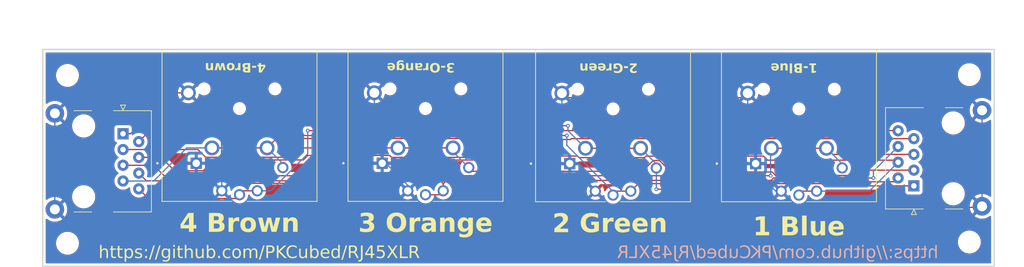
<source format=kicad_pcb>
(kicad_pcb (version 20240108) (generator "pcbnew") (generator_version "8.0")
  (layers (0 "F.Cu" signal) (31 "B.Cu" signal) (34 "B.Paste" user) (35 "F.Paste" user) (36 "B.SilkS" user "B.Silkscreen") (37 "F.SilkS" user "F.Silkscreen") (38 "B.Mask" user) (39 "F.Mask" user) (44 "Edge.Cuts" user))
  (net 0 "")
  (net 1 "O")
  (net 2 "OW")
  (net 3 "SH")
  (net 4 "BrW")
  (net 5 "Br")
  (net 6 "G")
  (net 7 "BW")
  (net 8 "B")
  (net 9 "GW")
  (footprint "MountingHole:MountingHole_3.2mm_M3" (layer "F.Cu") (at 21 91.6986 90)
    (property "Reference" "H1" (hide yes))
    (property "Value" "MountingHole" (hide yes))
    (pad "" np_thru_hole circle (at 0 0 90) (size 3.2 3.2) (drill 3.2) (layers "*.Cu" "*.Mask"))
  )
  (footprint "NCJ6FA-H:NEUTRIK_NCJ6FA-H" (layer "F.Cu") (at 139 87.5714 180)
    (property "Reference" "J2" (hide yes))
    (property "Value" "NCJ6FA-H" (hide yes))
    (fp_line (start 12.5 -24.5) (end 12.5 0) (stroke (width 0.127)) (layer "F.SilkS"))
    (fp_line (start 1.22 -24.5) (end 12.5 -24.5) (stroke (width 0.127)) (layer "F.SilkS"))
    (fp_line (start -12.5 0) (end -12.5 -24.5) (stroke (width 0.127)) (layer "F.SilkS"))
    (fp_line (start -12.5 -24.5) (end -1.22 -24.5) (stroke (width 0.127)) (layer "F.SilkS"))
    (fp_circle (center 13.25 -18.3486) (end 13.35 -18.3486) (stroke (width 0.2)) (fill none) (layer "F.SilkS"))
    (pad "" np_thru_hole circle (at -5.715 -6.35 180) (size 1.6 1.6) (drill 1.6) (layers "*.Cu" "*.Mask"))
    (pad "" np_thru_hole circle (at 0 -9.525 180) (size 1.6 1.6) (drill 1.6) (layers "*.Cu" "*.Mask"))
    (pad "" np_thru_hole circle (at 5.715 -6.35 180) (size 1.6 1.6) (drill 1.6) (layers "*.Cu" "*.Mask"))
    (pad "1" thru_hole rect (at 6.985 -18.3486 180) (size 1.8 1.8) (drill 1.2) (layers "*.Cu" "*.Mask") (net 3 "SH"))
    (pad "2" thru_hole circle (at -6.985 -19.05 180) (size 1.8 1.8) (drill 1.2) (layers "*.Cu" "*.Mask") (net 7 "BW"))
    (pad "3" thru_hole circle (at 0 -23.4286 180) (size 1.8 1.8) (drill 1.2) (layers "*.Cu" "*.Mask") (net 8 "B"))
    (pad "G" thru_hole circle (at 8.255 -6.985 180) (size 2.4 2.4) (drill 1.6) (layers "*.Cu" "*.Mask") (net 3 "SH"))
    (pad "R" thru_hole circle (at -2.8575 -22.7936 180) (size 1.8 1.8) (drill 1.2) (layers "*.Cu" "*.Mask") (net 8 "B"))
    (pad "S" thru_hole circle (at 2.8575 -22.7936 180) (size 1.8 1.8) (drill 1.2) (layers "*.Cu" "*.Mask") (net 3 "SH"))
    (pad "T1" thru_hole circle (at -4.445 -15.875 180) (size 2.4 2.4) (drill 1.6) (layers "*.Cu" "*.Mask") (net 7 "BW"))
    (pad "T2" thru_hole circle (at 4.445 -15.875 180) (size 2.4 2.4) (drill 1.6) (layers "*.Cu" "*.Mask") (net 7 "BW"))
  )
  (footprint "NCJ6FA-H:NEUTRIK_NCJ6FA-H" (layer "F.Cu") (at 78.755 87.515 180)
    (property "Reference" "J4" (hide yes))
    (property "Value" "NCJ6FA-H" (hide yes))
    (fp_line (start 12.5 -24.5) (end 12.5 0) (stroke (width 0.127)) (layer "F.SilkS"))
    (fp_line (start 1.22 -24.5) (end 12.5 -24.5) (stroke (width 0.127)) (layer "F.SilkS"))
    (fp_line (start -12.5 0) (end -12.5 -24.5) (stroke (width 0.127)) (layer "F.SilkS"))
    (fp_line (start -12.5 -24.5) (end -1.22 -24.5) (stroke (width 0.127)) (layer "F.SilkS"))
    (fp_circle (center 13.25 -18.3486) (end 13.35 -18.3486) (stroke (width 0.2)) (fill none) (layer "F.SilkS"))
    (pad "" np_thru_hole circle (at -5.715 -6.35 180) (size 1.6 1.6) (drill 1.6) (layers "*.Cu" "*.Mask"))
    (pad "" np_thru_hole circle (at 0 -9.525 180) (size 1.6 1.6) (drill 1.6) (layers "*.Cu" "*.Mask"))
    (pad "" np_thru_hole circle (at 5.715 -6.35 180) (size 1.6 1.6) (drill 1.6) (layers "*.Cu" "*.Mask"))
    (pad "1" thru_hole rect (at 6.985 -18.3486 180) (size 1.8 1.8) (drill 1.2) (layers "*.Cu" "*.Mask") (net 3 "SH"))
    (pad "2" thru_hole circle (at -6.985 -19.05 180) (size 1.8 1.8) (drill 1.2) (layers "*.Cu" "*.Mask") (net 2 "OW"))
    (pad "3" thru_hole circle (at 0 -23.4286 180) (size 1.8 1.8) (drill 1.2) (layers "*.Cu" "*.Mask") (net 1 "O"))
    (pad "G" thru_hole circle (at 8.255 -6.985 180) (size 2.4 2.4) (drill 1.6) (layers "*.Cu" "*.Mask") (net 3 "SH"))
    (pad "R" thru_hole circle (at -2.8575 -22.7936 180) (size 1.8 1.8) (drill 1.2) (layers "*.Cu" "*.Mask") (net 1 "O"))
    (pad "S" thru_hole circle (at 2.8575 -22.7936 180) (size 1.8 1.8) (drill 1.2) (layers "*.Cu" "*.Mask") (net 3 "SH"))
    (pad "T1" thru_hole circle (at -4.445 -15.875 180) (size 2.4 2.4) (drill 1.6) (layers "*.Cu" "*.Mask") (net 2 "OW"))
    (pad "T2" thru_hole circle (at 4.445 -15.875 180) (size 2.4 2.4) (drill 1.6) (layers "*.Cu" "*.Mask") (net 2 "OW"))
  )
  (footprint "MountingHole:MountingHole_3.2mm_M3" (layer "F.Cu") (at 166.5 91.5714 90)
    (property "Reference" "H3" (hide yes))
    (property "Value" "MountingHole" (hide yes))
    (pad "" np_thru_hole circle (at 0 0 90) (size 3.2 3.2) (drill 3.2) (layers "*.Cu" "*.Mask"))
  )
  (footprint "NCJ6FA-H:NEUTRIK_NCJ6FA-H" (layer "F.Cu") (at 109.015 87.5714 180)
    (property "Reference" "J3" (hide yes))
    (property "Value" "NCJ6FA-H" (hide yes))
    (fp_line (start 12.5 -24.5) (end 12.5 0) (stroke (width 0.127)) (layer "F.SilkS"))
    (fp_line (start 1.22 -24.5) (end 12.5 -24.5) (stroke (width 0.127)) (layer "F.SilkS"))
    (fp_line (start -12.5 0) (end -12.5 -24.5) (stroke (width 0.127)) (layer "F.SilkS"))
    (fp_line (start -12.5 -24.5) (end -1.22 -24.5) (stroke (width 0.127)) (layer "F.SilkS"))
    (fp_circle (center 13.25 -18.3486) (end 13.35 -18.3486) (stroke (width 0.2)) (fill none) (layer "F.SilkS"))
    (pad "" np_thru_hole circle (at -5.715 -6.35 180) (size 1.6 1.6) (drill 1.6) (layers "*.Cu" "*.Mask"))
    (pad "" np_thru_hole circle (at 0 -9.525 180) (size 1.6 1.6) (drill 1.6) (layers "*.Cu" "*.Mask"))
    (pad "" np_thru_hole circle (at 5.715 -6.35 180) (size 1.6 1.6) (drill 1.6) (layers "*.Cu" "*.Mask"))
    (pad "1" thru_hole rect (at 6.985 -18.3486 180) (size 1.8 1.8) (drill 1.2) (layers "*.Cu" "*.Mask") (net 3 "SH"))
    (pad "2" thru_hole circle (at -6.985 -19.05 180) (size 1.8 1.8) (drill 1.2) (layers "*.Cu" "*.Mask") (net 9 "GW"))
    (pad "3" thru_hole circle (at 0 -23.4286 180) (size 1.8 1.8) (drill 1.2) (layers "*.Cu" "*.Mask") (net 6 "G"))
    (pad "G" thru_hole circle (at 8.255 -6.985 180) (size 2.4 2.4) (drill 1.6) (layers "*.Cu" "*.Mask") (net 3 "SH"))
    (pad "R" thru_hole circle (at -2.8575 -22.7936 180) (size 1.8 1.8) (drill 1.2) (layers "*.Cu" "*.Mask") (net 6 "G"))
    (pad "S" thru_hole circle (at 2.8575 -22.7936 180) (size 1.8 1.8) (drill 1.2) (layers "*.Cu" "*.Mask") (net 3 "SH"))
    (pad "T1" thru_hole circle (at -4.445 -15.875 180) (size 2.4 2.4) (drill 1.6) (layers "*.Cu" "*.Mask") (net 9 "GW"))
    (pad "T2" thru_hole circle (at 4.445 -15.875 180) (size 2.4 2.4) (drill 1.6) (layers "*.Cu" "*.Mask") (net 9 "GW"))
  )
  (footprint "NCJ6FA-H:NEUTRIK_NCJ6FA-H" (layer "F.Cu") (at 48.755 87.515 180)
    (property "Reference" "J5" (hide yes))
    (property "Value" "NCJ6FA-H" (hide yes))
    (fp_line (start 12.5 -24.5) (end 12.5 0) (stroke (width 0.127)) (layer "F.SilkS"))
    (fp_line (start 1.22 -24.5) (end 12.5 -24.5) (stroke (width 0.127)) (layer "F.SilkS"))
    (fp_line (start -12.5 0) (end -12.5 -24.5) (stroke (width 0.127)) (layer "F.SilkS"))
    (fp_line (start -12.5 -24.5) (end -1.22 -24.5) (stroke (width 0.127)) (layer "F.SilkS"))
    (fp_circle (center 13.25 -18.3486) (end 13.35 -18.3486) (stroke (width 0.2)) (fill none) (layer "F.SilkS"))
    (pad "" np_thru_hole circle (at -5.715 -6.35 180) (size 1.6 1.6) (drill 1.6) (layers "*.Cu" "*.Mask"))
    (pad "" np_thru_hole circle (at 0 -9.525 180) (size 1.6 1.6) (drill 1.6) (layers "*.Cu" "*.Mask"))
    (pad "" np_thru_hole circle (at 5.715 -6.35 180) (size 1.6 1.6) (drill 1.6) (layers "*.Cu" "*.Mask"))
    (pad "1" thru_hole rect (at 6.985 -18.3486 180) (size 1.8 1.8) (drill 1.2) (layers "*.Cu" "*.Mask") (net 3 "SH"))
    (pad "2" thru_hole circle (at -6.985 -19.05 180) (size 1.8 1.8) (drill 1.2) (layers "*.Cu" "*.Mask") (net 4 "BrW"))
    (pad "3" thru_hole circle (at 0 -23.4286 180) (size 1.8 1.8) (drill 1.2) (layers "*.Cu" "*.Mask") (net 5 "Br"))
    (pad "G" thru_hole circle (at 8.255 -6.985 180) (size 2.4 2.4) (drill 1.6) (layers "*.Cu" "*.Mask") (net 3 "SH"))
    (pad "R" thru_hole circle (at -2.8575 -22.7936 180) (size 1.8 1.8) (drill 1.2) (layers "*.Cu" "*.Mask") (net 5 "Br"))
    (pad "S" thru_hole circle (at 2.8575 -22.7936 180) (size 1.8 1.8) (drill 1.2) (layers "*.Cu" "*.Mask") (net 3 "SH"))
    (pad "T1" thru_hole circle (at -4.445 -15.875 180) (size 2.4 2.4) (drill 1.6) (layers "*.Cu" "*.Mask") (net 4 "BrW"))
    (pad "T2" thru_hole circle (at 4.445 -15.875 180) (size 2.4 2.4) (drill 1.6) (layers "*.Cu" "*.Mask") (net 4 "BrW"))
  )
  (footprint "Connector_RJ:RJ45_HALO_HFJ11-x2450HRL_Horizontal" (layer "F.Cu") (at 157.545 109.5164 90)
    (property "Reference" "J1" (hide yes))
    (property "Value" "RJ45_Shielded" (hide yes))
    (fp_line (start 12.615 -4.57) (end -3.725 -4.57) (stroke (width 0.12)) (layer "F.SilkS"))
    (fp_line (start 12.615 -4.57) (end 12.615 1.54) (stroke (width 0.12)) (layer "F.SilkS"))
    (fp_line (start -3.725 -4.57) (end -3.725 1.54) (stroke (width 0.12)) (layer "F.SilkS"))
    (fp_line (start -4.625 -0.4) (end -4.625 0.4) (stroke (width 0.12)) (layer "F.SilkS"))
    (fp_line (start -3.825 0) (end -4.625 -0.4) (stroke (width 0.12)) (layer "F.SilkS"))
    (fp_line (start -4.625 0.4) (end -3.825 0) (stroke (width 0.12)) (layer "F.SilkS"))
    (fp_line (start 12.615 7.915) (end 12.615 5.06) (stroke (width 0.12)) (layer "F.SilkS"))
    (fp_line (start -3.725 7.915) (end -3.725 5.06) (stroke (width 0.12)) (layer "F.SilkS"))
    (pad "" np_thru_hole circle (at -1.27 6.35 90) (size 3.25 3.25) (drill 3.25) (layers "*.Cu" "*.Mask"))
    (pad "" np_thru_hole circle (at 10.16 6.35 90) (size 3.25 3.25) (drill 3.25) (layers "*.Cu" "*.Mask"))
    (pad "1" thru_hole rect (at 0 0 90) (size 1.8 1.8) (drill 0.89) (layers "*.Cu" "*.Mask") (net 9 "GW"))
    (pad "2" thru_hole circle (at 1.27 -2.54 90) (size 1.8 1.8) (drill 0.89) (layers "*.Cu" "*.Mask") (net 6 "G"))
    (pad "3" thru_hole circle (at 2.54 0 90) (size 1.8 1.8) (drill 0.89) (layers "*.Cu" "*.Mask") (net 2 "OW"))
    (pad "4" thru_hole circle (at 3.81 -2.54 90) (size 1.8 1.8) (drill 0.89) (layers "*.Cu" "*.Mask") (net 8 "B"))
    (pad "5" thru_hole circle (at 5.08 0 90) (size 1.8 1.8) (drill 0.89) (layers "*.Cu" "*.Mask") (net 7 "BW"))
    (pad "6" thru_hole circle (at 6.35 -2.54 90) (size 1.8 1.8) (drill 0.89) (layers "*.Cu" "*.Mask") (net 1 "O"))
    (pad "7" thru_hole circle (at 7.62 0 90) (size 1.8 1.8) (drill 0.89) (layers "*.Cu" "*.Mask") (net 4 "BrW"))
    (pad "8" thru_hole circle (at 8.89 -2.54 90) (size 1.8 1.8) (drill 0.89) (layers "*.Cu" "*.Mask") (net 5 "Br"))
    (pad "SH" thru_hole circle (at -3.3 11 90) (size 3 3) (drill 1.6) (layers "*.Cu" "*.Mask") (net 3 "SH"))
    (pad "SH" thru_hole circle (at 12.19 11 90) (size 3 3) (drill 1.6) (layers "*.Cu" "*.Mask") (net 3 "SH"))
  )
  (footprint "Connector_RJ:RJ45_HALO_HFJ11-x2450HRL_Horizontal" (layer "F.Cu") (at 29.96 101.11 -90)
    (property "Reference" "J6" (hide yes))
    (property "Value" "RJ45_Shielded")
    (fp_line (start -3.725 7.915) (end -3.725 5.06) (stroke (width 0.12)) (layer "F.SilkS"))
    (fp_line (start 12.615 7.915) (end 12.615 5.06) (stroke (width 0.12)) (layer "F.SilkS"))
    (fp_line (start -4.625 0.4) (end -3.825 0) (stroke (width 0.12)) (layer "F.SilkS"))
    (fp_line (start -3.825 0) (end -4.625 -0.4) (stroke (width 0.12)) (layer "F.SilkS"))
    (fp_line (start -4.625 -0.4) (end -4.625 0.4) (stroke (width 0.12)) (layer "F.SilkS"))
    (fp_line (start -3.725 -4.57) (end -3.725 1.54) (stroke (width 0.12)) (layer "F.SilkS"))
    (fp_line (start 12.615 -4.57) (end 12.615 1.54) (stroke (width 0.12)) (layer "F.SilkS"))
    (fp_line (start 12.615 -4.57) (end -3.725 -4.57) (stroke (width 0.12)) (layer "F.SilkS"))
    (pad "" np_thru_hole circle (at -1.27 6.35 270) (size 3.25 3.25) (drill 3.25) (layers "*.Cu" "*.Mask"))
    (pad "" np_thru_hole circle (at 10.16 6.35 270) (size 3.25 3.25) (drill 3.25) (layers "*.Cu" "*.Mask"))
    (pad "1" thru_hole rect (at 0 0 270) (size 1.8 1.8) (drill 0.89) (layers "*.Cu" "*.Mask") (net 9 "GW"))
    (pad "2" thru_hole circle (at 1.27 -2.54 270) (size 1.8 1.8) (drill 0.89) (layers "*.Cu" "*.Mask") (net 6 "G"))
    (pad "3" thru_hole circle (at 2.54 0 270) (size 1.8 1.8) (drill 0.89) (layers "*.Cu" "*.Mask") (net 2 "OW"))
    (pad "4" thru_hole circle (at 3.81 -2.54 270) (size 1.8 1.8) (drill 0.89) (layers "*.Cu" "*.Mask") (net 8 "B"))
    (pad "5" thru_hole circle (at 5.08 0 270) (size 1.8 1.8) (drill 0.89) (layers "*.Cu" "*.Mask") (net 7 "BW"))
    (pad "6" thru_hole circle (at 6.35 -2.54 270) (size 1.8 1.8) (drill 0.89) (layers "*.Cu" "*.Mask") (net 1 "O"))
    (pad "7" thru_hole circle (at 7.62 0 270) (size 1.8 1.8) (drill 0.89) (layers "*.Cu" "*.Mask") (net 4 "BrW"))
    (pad "8" thru_hole circle (at 8.89 -2.54 270) (size 1.8 1.8) (drill 0.89) (layers "*.Cu" "*.Mask") (net 5 "Br"))
    (pad "SH" thru_hole circle (at -3.3 11 270) (size 3 3) (drill 1.6) (layers "*.Cu" "*.Mask") (net 3 "SH"))
    (pad "SH" thru_hole circle (at 12.19 11 270) (size 3 3) (drill 1.6) (layers "*.Cu" "*.Mask") (net 3 "SH"))
  )
  (footprint "MountingHole:MountingHole_3.2mm_M3" (layer "F.Cu") (at 21 118.77 90)
    (property "Reference" "H2" (hide yes))
    (property "Value" "MountingHole" (hide yes))
    (pad "" np_thru_hole circle (at 0 0 90) (size 3.2 3.2) (drill 3.2) (layers "*.Cu" "*.Mask"))
  )
  (footprint "MountingHole:MountingHole_3.2mm_M3" (layer "F.Cu") (at 166.5 118.5714 90)
    (property "Reference" "H4" (hide yes))
    (property "Value" "MountingHole" (hide yes))
    (pad "" np_thru_hole circle (at 0 0 90) (size 3.2 3.2) (drill 3.2) (layers "*.Cu" "*.Mask"))
  )
  (gr_rect (start 17 87.5) (end 170.5 122.5) (stroke (width 0.2)) (fill none) (layer "Edge.Cuts"))
  (gr_text "https://github.com/PKCubed/RJ45XLR" (at 161.5 121.5 -0) (layer "B.SilkS") (effects (font (size 2 2)) (justify left bottom mirror)))
  (gr_text "2-Green" (at 113 89.5 180) (layer "F.SilkS") (effects (font (size 1.5 1.5) (thickness 0.3) (bold yes)) (justify left bottom)))
  (gr_text "1-Blue" (at 142 89.5 180) (layer "F.SilkS") (effects (font (size 1.5 1.5) (thickness 0.3) (bold yes)) (justify left bottom)))
  (gr_text "4-Brown" (at 53.005 89.4436 180) (layer "F.SilkS") (effects (font (size 1.5 1.5) (thickness 0.3) (bold yes)) (justify left bottom)))
  (gr_text "https://github.com/PKCubed/RJ45XLR" (at 26 121.5 0) (layer "F.SilkS") (effects (font (size 2 2)) (justify left bottom)))
  (gr_text "2 Green" (at 108.5 117.5 0) (layer "F.SilkS") (effects (font (size 3 3) (thickness 0.3) (bold yes)) (justify bottom)))
  (gr_text "1 Blue" (at 139 118 0) (layer "F.SilkS") (effects (font (size 3 3) (thickness 0.3) (bold yes)) (justify bottom)))
  (gr_text "3 Orange" (at 78.755 117.4436 0) (layer "F.SilkS") (effects (font (size 3 3) (thickness 0.3) (bold yes)) (justify bottom)))
  (gr_text "4 Brown" (at 48.755 117.4436 0) (layer "F.SilkS") (effects (font (size 3 3) (thickness 0.3) (bold yes)) (justify bottom)))
  (gr_text "3-Orange" (at 83.505 89.4436 180) (layer "F.SilkS") (effects (font (size 1.5 1.5) (thickness 0.3) (bold yes)) (justify left bottom)))
  (segment (start 134.9264 108.2343) (end 134.5254 108.6353) (width 0.2) (layer "F.Cu") (net 1))
  (segment (start 81.6125 109.1701) (end 81.1401 108.6977) (width 0.2) (layer "F.Cu") (net 1))
  (segment (start 151.025 108.2343) (end 134.9264 108.2343) (width 0.2) (layer "F.Cu") (net 1))
  (segment (start 80.9775 110.9436) (end 81.6125 110.3086) (width 0.2) (layer "F.Cu") (net 1))
  (segment (start 82.1473 108.6353) (end 81.6125 109.1701) (width 0.2) (layer "F.Cu") (net 1))
  (segment (start 33.7377 108.6977) (end 32.5 107.46) (width 0.2) (layer "F.Cu") (net 1))
  (segment (start 81.1401 108.6977) (end 33.7377 108.6977) (width 0.2) (layer "F.Cu") (net 1))
  (segment (start 81.6125 110.3086) (end 81.6125 109.1701) (width 0.2) (layer "F.Cu") (net 1))
  (segment (start 78.755 110.9436) (end 80.9775 110.9436) (width 0.2) (layer "F.Cu") (net 1))
  (segment (start 134.5254 108.6353) (end 82.1473 108.6353) (width 0.2) (layer "F.Cu") (net 1))
  (via (at 151.025 108.2343) (size 0.6) (drill 0.3) (layers "F.Cu" "B.Cu") (net 1))
  (segment (start 151.025 107.1464) (end 151.025 108.2343) (width 0.2) (layer "B.Cu") (net 1))
  (segment (start 155.005 103.1664) (end 151.025 107.1464) (width 0.2) (layer "B.Cu") (net 1))
  (segment (start 149.4073 107.8326) (end 135.2425 107.8326) (width 0.2) (layer "F.Cu") (net 2))
  (segment (start 115.5023 105.4197) (end 113.7569 107.1651) (width 0.2) (layer "F.Cu") (net 2))
  (segment (start 150.2635 106.9764) (end 149.4073 107.8326) (width 0.2) (layer "F.Cu") (net 2))
  (segment (start 157.545 106.9764) (end 150.2635 106.9764) (width 0.2) (layer "F.Cu") (net 2))
  (segment (start 113.7569 107.1651) (end 86.3401 107.1651) (width 0.2) (layer "F.Cu") (net 2))
  (segment (start 118.3517 107.2736) (end 116.4978 105.4197) (width 0.2) (layer "F.Cu") (net 2))
  (segment (start 55.6954 104.8975) (end 43.2813 104.8975) (width 0.2) (layer "F.Cu") (net 2))
  (segment (start 116.4978 105.4197) (end 115.5023 105.4197) (width 0.2) (layer "F.Cu") (net 2))
  (segment (start 74.31 103.39) (end 57.2029 103.39) (width 0.2) (layer "F.Cu") (net 2))
  (segment (start 57.2029 103.39) (end 55.6954 104.8975) (width 0.2) (layer "F.Cu") (net 2))
  (segment (start 134.6835 107.2736) (end 118.3517 107.2736) (width 0.2) (layer "F.Cu") (net 2))
  (segment (start 83.2 103.39) (end 74.31 103.39) (width 0.2) (layer "F.Cu") (net 2))
  (segment (start 42.0338 103.65) (end 29.96 103.65) (width 0.2) (layer "F.Cu") (net 2))
  (segment (start 43.2813 104.8975) (end 42.0338 103.65) (width 0.2) (layer "F.Cu") (net 2))
  (segment (start 86.3401 107.1651) (end 85.74 106.565) (width 0.2) (layer "F.Cu") (net 2))
  (segment (start 135.2425 107.8326) (end 134.6835 107.2736) (width 0.2) (layer "F.Cu") (net 2))
  (segment (start 83.2 104.025) (end 83.2 103.39) (width 0.2) (layer "B.Cu") (net 2))
  (segment (start 85.74 106.565) (end 83.2 104.025) (width 0.2) (layer "B.Cu") (net 2))
  (segment (start 72.9717 105.8636) (end 73.4921 105.3432) (width 0.2) (layer "F.Cu") (net 3))
  (segment (start 168.3844 112.977) (end 138.7545 112.977) (width 0.2) (layer "F.Cu") (net 3))
  (segment (start 102.03 105.92) (end 100.8283 105.92) (width 0.2) (layer "F.Cu") (net 3))
  (segment (start 47.1067 109.0994) (end 45.8975 110.3086) (width 0.2) (layer "F.Cu") (net 3))
  (segment (start 168.545 112.8164) (end 168.3844 112.977) (width 0.2) (layer "F.Cu") (net 3))
  (segment (start 75.8975 110.3086) (end 74.6883 109.0994) (width 0.2) (layer "F.Cu") (net 3))
  (segment (start 138.7545 112.977) (end 136.1425 110.365) (width 0.2) (layer "F.Cu") (net 3))
  (segment (start 130.745 94.5564) (end 130.0262 95.2752) (width 0.2) (layer "F.Cu") (net 3))
  (segment (start 73.4921 105.3432) (end 100.2515 105.3432) (width 0.2) (layer "F.Cu") (net 3))
  (segment (start 130.0262 95.2752) (end 101.4788 95.2752) (width 0.2) (layer "F.Cu") (net 3))
  (segment (start 40.5 94.5) (end 22.27 94.5) (width 0.2) (layer "F.Cu") (net 3))
  (segment (start 100.2515 105.3432) (end 100.8283 105.92) (width 0.2) (layer "F.Cu") (net 3))
  (segment (start 101.4788 95.2752) (end 100.76 94.5564) (width 0.2) (layer "F.Cu") (net 3))
  (segment (start 74.6883 109.0994) (end 47.1067 109.0994) (width 0.2) (layer "F.Cu") (net 3))
  (segment (start 71.77 105.8636) (end 72.9717 105.8636) (width 0.2) (layer "F.Cu") (net 3))
  (segment (start 22.27 94.5) (end 18.96 97.81) (width 0.2) (layer "F.Cu") (net 3))
  (segment (start 102.03 105.92) (end 102.03 107.1217) (width 0.2) (layer "B.Cu") (net 3))
  (segment (start 18.96 113.3) (end 18.96 97.81) (width 0.2) (layer "B.Cu") (net 3))
  (segment (start 102.03 105.92) (end 102.03 104.7183) (width 0.2) (layer "B.Cu") (net 3))
  (segment (start 132.015 105.92) (end 132.015 104.7183) (width 0.2) (layer "B.Cu") (net 3))
  (segment (start 45.8407 105.8636) (end 45.8407 99.8407) (width 0.2) (layer "B.Cu") (net 3))
  (segment (start 45.8975 105.9204) (end 45.8407 105.8636) (width 0.2) (layer "B.Cu") (net 3))
  (segment (start 130.745 94.5564) (end 130.745 103.4483) (width 0.2) (layer "B.Cu") (net 3))
  (segment (start 102.9142 107.1217) (end 102.03 107.1217) (width 0.2) (layer "B.Cu") (net 3))
  (segment (start 130.745 103.4483) (end 132.015 104.7183) (width 0.2) (layer "B.Cu") (net 3))
  (segment (start 45.8975 110.3086) (end 45.8975 105.9204) (width 0.2) (layer "B.Cu") (net 3))
  (segment (start 71.77 105.8636) (end 71.77 105.2768) (width 0.2) (layer "B.Cu") (net 3))
  (segment (start 71.77 105.2768) (end 75.8975 109.4043) (width 0.2) (layer "B.Cu") (net 3))
  (segment (start 106.1575 110.365) (end 102.9142 107.1217) (width 0.2) (layer "B.Cu") (net 3))
  (segment (start 45.8407 99.8407) (end 40.5 94.5) (width 0.2) (layer "B.Cu") (net 3))
  (segment (start 45.8407 105.8636) (end 42.9717 105.8636) (width 0.2) (layer "B.Cu") (net 3))
  (segment (start 71.77 104.6619) (end 70.5 103.3919) (width 0.2) (layer "B.Cu") (net 3))
  (segment (start 135.2583 110.365) (end 136.1425 110.365) (width 0.2) (layer "B.Cu") (net 3))
  (segment (start 132.015 107.1217) (end 135.2583 110.365) (width 0.2) (layer "B.Cu") (net 3))
  (segment (start 168.545 97.3264) (end 168.545 112.8164) (width 0.2) (layer "B.Cu") (net 3))
  (segment (start 132.015 105.92) (end 132.015 107.1217) (width 0.2) (layer "B.Cu") (net 3))
  (segment (start 70.5 103.3919) (end 70.5 94.5) (width 0.2) (layer "B.Cu") (net 3))
  (segment (start 41.77 105.8636) (end 42.9717 105.8636) (width 0.2) (layer "B.Cu") (net 3))
  (segment (start 100.76 94.5564) (end 100.76 103.4483) (width 0.2) (layer "B.Cu") (net 3))
  (segment (start 100.76 103.4483) (end 102.03 104.7183) (width 0.2) (layer "B.Cu") (net 3))
  (segment (start 71.77 105.2768) (end 71.77 104.6619) (width 0.2) (layer "B.Cu") (net 3))
  (segment (start 75.8975 109.4043) (end 75.8975 110.3086) (width 0.2) (layer "B.Cu") (net 3))
  (segment (start 102.2657 101.8964) (end 157.545 101.8964) (width 0.2) (layer "F.Cu") (net 4))
  (segment (start 54.7179 101.8721) (end 91.0761 101.8721) (width 0.2) (layer "F.Cu") (net 4))
  (segment (start 91.0761 101.8721) (end 91.2391 102.0351) (width 0.2) (layer "F.Cu") (net 4))
  (segment (start 91.2391 102.0351) (end 102.127 102.0351) (width 0.2) (layer "F.Cu") (net 4))
  (segment (start 53.2 103.39) (end 54.7179 101.8721) (width 0.2) (layer "F.Cu") (net 4))
  (segment (start 44.31 103.39) (end 53.2 103.39) (width 0.2) (layer "F.Cu") (net 4))
  (segment (start 102.127 102.0351) (end 102.2657 101.8964) (width 0.2) (layer "F.Cu") (net 4))
  (segment (start 53.2 103.39) (end 55.74 105.93) (width 0.2) (layer "B.Cu") (net 4))
  (segment (start 34.9085 108.73) (end 29.96 108.73) (width 0.2) (layer "B.Cu") (net 4))
  (segment (start 40.2485 103.39) (end 34.9085 108.73) (width 0.2) (layer "B.Cu") (net 4))
  (segment (start 44.31 103.39) (end 40.2485 103.39) (width 0.2) (layer "B.Cu") (net 4))
  (segment (start 55.74 105.93) (end 55.74 106.565) (width 0.2) (layer "B.Cu") (net 4))
  (segment (start 49.39 110.3086) (end 48.755 110.9436) (width 0.2) (layer "F.Cu") (net 5))
  (segment (start 34.0479 111.5479) (end 32.5 110) (width 0.2) (layer "F.Cu") (net 5))
  (segment (start 48.755 110.9436) (end 48.1507 111.5479) (width 0.2) (layer "F.Cu") (net 5))
  (segment (start 48.1507 111.5479) (end 34.0479 111.5479) (width 0.2) (layer "F.Cu") (net 5))
  (segment (start 59.7591 100.5995) (end 154.9781 100.5995) (width 0.2) (layer "F.Cu") (net 5))
  (segment (start 51.6125 110.3086) (end 49.39 110.3086) (width 0.2) (layer "F.Cu") (net 5))
  (segment (start 154.9781 100.5995) (end 155.005 100.6264) (width 0.2) (layer "F.Cu") (net 5))
  (via (at 59.7591 100.5995) (size 0.6) (drill 0.3) (layers "F.Cu" "B.Cu") (net 5))
  (segment (start 59.7591 104.3454) (end 59.7591 100.5995) (width 0.2) (layer "B.Cu") (net 5))
  (segment (start 51.6125 110.3086) (end 53.7959 110.3086) (width 0.2) (layer "B.Cu") (net 5))
  (segment (start 53.7959 110.3086) (end 59.7591 104.3454) (width 0.2) (layer "B.Cu") (net 5))
  (segment (start 142.9638 108.7527) (end 134.976 108.7527) (width 0.2) (layer "F.Cu") (net 6))
  (segment (start 109.65 110.365) (end 111.8725 110.365) (width 0.2) (layer "F.Cu") (net 6))
  (segment (start 143.0642 108.8531) (end 142.9638 108.7527) (width 0.2) (layer "F.Cu") (net 6))
  (segment (start 155.005 108.2464) (end 154.3983 108.8531) (width 0.2) (layer "F.Cu") (net 6))
  (segment (start 33.4891 101.3909) (end 101.5563 101.3909) (width 0.2) (layer "F.Cu") (net 6))
  (segment (start 32.5 102.38) (end 33.4891 101.3909) (width 0.2) (layer "F.Cu") (net 6))
  (segment (start 154.3983 108.8531) (end 143.0642 108.8531) (width 0.2) (layer "F.Cu") (net 6))
  (segment (start 134.976 108.7527) (end 134.5743 109.1544) (width 0.2) (layer "F.Cu") (net 6))
  (segment (start 113.0831 109.1544) (end 111.8725 110.365) (width 0.2) (layer "F.Cu") (net 6))
  (segment (start 134.5743 109.1544) (end 113.0831 109.1544) (width 0.2) (layer "F.Cu") (net 6))
  (segment (start 109.015 111) (end 109.65 110.365) (width 0.2) (layer "F.Cu") (net 6))
  (via (at 101.5563 101.3909) (size 0.6) (drill 0.3) (layers "F.Cu" "B.Cu") (net 6))
  (segment (start 101.5563 102.9689) (end 101.5563 101.3909) (width 0.2) (layer "B.Cu") (net 6))
  (segment (start 109.015 111) (end 109.015 110.4276) (width 0.2) (layer "B.Cu") (net 6))
  (segment (start 109.015 110.4276) (end 101.5563 102.9689) (width 0.2) (layer "B.Cu") (net 6))
  (segment (start 134.4343 107.8753) (end 36.5938 107.8753) (width 0.2) (layer "F.Cu") (net 7))
  (segment (start 143.445 103.4464) (end 134.555 103.4464) (width 0.2) (layer "F.Cu") (net 7))
  (segment (start 34.9085 106.19) (end 29.96 106.19) (width 0.2) (layer "F.Cu") (net 7))
  (segment (start 157.545 104.4364) (end 144.435 104.4364) (width 0.2) (layer "F.Cu") (net 7))
  (segment (start 144.435 104.4364) (end 143.445 103.4464) (width 0.2) (layer "F.Cu") (net 7))
  (segment (start 36.5938 107.8753) (end 34.9085 106.19) (width 0.2) (layer "F.Cu") (net 7))
  (via (at 134.4343 107.8753) (size 0.6) (drill 0.3) (layers "F.Cu" "B.Cu") (net 7))
  (segment (start 145.985 105.9864) (end 145.985 106.6214) (width 0.2) (layer "B.Cu") (net 7))
  (segment (start 134.4343 103.5671) (end 134.4343 107.8753) (width 0.2) (layer "B.Cu") (net 7))
  (segment (start 143.445 103.4464) (end 145.985 105.9864) (width 0.2) (layer "B.Cu") (net 7))
  (segment (start 134.555 103.4464) (end 134.4343 103.5671) (width 0.2) (layer "B.Cu") (net 7))
  (segment (start 154.6656 105.367) (end 133.9394 105.367) (width 0.2) (layer "F.Cu") (net 8))
  (segment (start 38.2613 107.0668) (end 36.1145 104.92) (width 0.2) (layer "F.Cu") (net 8))
  (segment (start 42.9238 107.0668) (end 38.2613 107.0668) (width 0.2) (layer "F.Cu") (net 8))
  (segment (start 103.5424 104.955) (end 103.2901 104.7027) (width 0.2) (layer "F.Cu") (net 8))
  (segment (start 36.1145 104.92) (end 32.5 104.92) (width 0.2) (layer "F.Cu") (net 8))
  (segment (start 155.005 105.7064) (end 154.6656 105.367) (width 0.2) (layer "F.Cu") (net 8))
  (segment (start 44.6587 105.3319) (end 42.9238 107.0668) (width 0.2) (layer "F.Cu") (net 8))
  (segment (start 141.8575 110.365) (end 139.635 110.365) (width 0.2) (layer "F.Cu") (net 8))
  (segment (start 139.635 110.365) (end 139 111) (width 0.2) (layer "F.Cu") (net 8))
  (segment (start 92.3866 104.9166) (end 73.3004 104.9166) (width 0.2) (layer "F.Cu") (net 8))
  (segment (start 133.2869 104.7145) (end 114.3157 104.7145) (width 0.2) (layer "F.Cu") (net 8))
  (segment (start 114.0752 104.955) (end 103.5424 104.955) (width 0.2) (layer "F.Cu") (net 8))
  (segment (start 59.7644 104.61) (end 59.0425 105.3319) (width 0.2) (layer "F.Cu") (net 8))
  (segment (start 73.3004 104.9166) (end 72.9938 104.61) (width 0.2) (layer "F.Cu") (net 8))
  (segment (start 133.9394 105.367) (end 133.2869 104.7145) (width 0.2) (layer "F.Cu") (net 8))
  (segment (start 92.6005 104.7027) (end 92.3866 104.9166) (width 0.2) (layer "F.Cu") (net 8))
  (segment (start 114.3157 104.7145) (end 114.0752 104.955) (width 0.2) (layer "F.Cu") (net 8))
  (segment (start 72.9938 104.61) (end 59.7644 104.61) (width 0.2) (layer "F.Cu") (net 8))
  (segment (start 103.2901 104.7027) (end 92.6005 104.7027) (width 0.2) (layer "F.Cu") (net 8))
  (segment (start 59.0425 105.3319) (end 44.6587 105.3319) (width 0.2) (layer "F.Cu") (net 8))
  (segment (start 150.3464 110.365) (end 155.005 105.7064) (width 0.2) (layer "B.Cu") (net 8))
  (segment (start 141.8575 110.365) (end 150.3464 110.365) (width 0.2) (layer "B.Cu") (net 8))
  (segment (start 135.3425 109.1544) (end 134.4365 110.0604) (width 0.2) (layer "F.Cu") (net 9))
  (segment (start 143.0596 109.5164) (end 142.6976 109.1544) (width 0.2) (layer "F.Cu") (net 9))
  (segment (start 101.7391 99.8161) (end 32.4556 99.8161) (width 0.2) (layer "F.Cu") (net 9))
  (segment (start 32.4556 99.8161) (end 31.1617 101.11) (width 0.2) (layer "F.Cu") (net 9))
  (segment (start 134.4365 110.0604) (end 116 110.0604) (width 0.2) (layer "F.Cu") (net 9))
  (segment (start 156.3433 109.5164) (end 143.0596 109.5164) (width 0.2) (layer "F.Cu") (net 9))
  (segment (start 142.6976 109.1544) (end 135.3425 109.1544) (width 0.2) (layer "F.Cu") (net 9))
  (segment (start 104.57 103.4464) (end 113.46 103.4464) (width 0.2) (layer "F.Cu") (net 9))
  (segment (start 157.545 109.5164) (end 156.3433 109.5164) (width 0.2) (layer "F.Cu") (net 9))
  (segment (start 29.96 101.11) (end 31.1617 101.11) (width 0.2) (layer "F.Cu") (net 9))
  (via (at 116 110.0604) (size 0.6) (drill 0.3) (layers "F.Cu" "B.Cu") (net 9))
  (via (at 101.7391 99.8161) (size 0.6) (drill 0.3) (layers "F.Cu" "B.Cu") (net 9))
  (segment (start 113.46 103.4464) (end 116 105.9864) (width 0.2) (layer "B.Cu") (net 9))
  (segment (start 116 106.6214) (end 116 110.0604) (width 0.2) (layer "B.Cu") (net 9))
  (segment (start 104.57 103.4464) (end 101.7391 100.6155) (width 0.2) (layer "B.Cu") (net 9))
  (segment (start 101.7391 100.6155) (end 101.7391 99.8161) (width 0.2) (layer "B.Cu") (net 9))
  (segment (start 116 105.9864) (end 116 106.6214) (width 0.2) (layer "B.Cu") (net 9))
  (zone (net 3) (net_name "SH") (layers "F&B.Cu") (connect_pads (clearance 0.5)) (min_thickness 0.25) (fill yes (thermal_gap 0.5) (thermal_bridge_width 0.5))
    (polygon (pts (xy 17 87.5) (xy 170.5 87.5) (xy 170.5 122.5) (xy 17 122.5)))
  )
)
</source>
